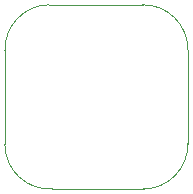
<source format=gko>
%TF.GenerationSoftware,KiCad,Pcbnew,4.0.5-e0-6337~49~ubuntu16.04.1*%
%TF.CreationDate,2017-05-26T06:28:51-07:00*%
%TF.ProjectId,2x2-Slide-Switch-CL-SB-SMT,3278322D536C6964652D537769746368,v1.1*%
%TF.FileFunction,Profile,NP*%
%FSLAX46Y46*%
G04 Gerber Fmt 4.6, Leading zero omitted, Abs format (unit mm)*
G04 Created by KiCad (PCBNEW 4.0.5-e0-6337~49~ubuntu16.04.1) date Fri May 26 06:28:51 2017*
%MOMM*%
%LPD*%
G01*
G04 APERTURE LIST*
%ADD10C,0.350000*%
%ADD11C,0.040640*%
G04 APERTURE END LIST*
D10*
D11*
X8445500Y-28078000D02*
G75*
G03X4752132Y-31977820I106632J-3799820D01*
G01*
X4745500Y-39878000D02*
G75*
G03X8857324Y-43678000I3811824J0D01*
G01*
X16445500Y-43679316D02*
G75*
G03X20245500Y-39778000I0J3801316D01*
G01*
X20246816Y-31878000D02*
G75*
G03X16345500Y-28078000I-3801316J0D01*
G01*
X20245500Y-31878000D02*
X20245500Y-39878000D01*
X16445500Y-28078000D02*
X8445500Y-28078000D01*
X16545500Y-43678000D02*
X8745500Y-43678000D01*
X4745500Y-31878000D02*
X4745500Y-39878000D01*
M02*

</source>
